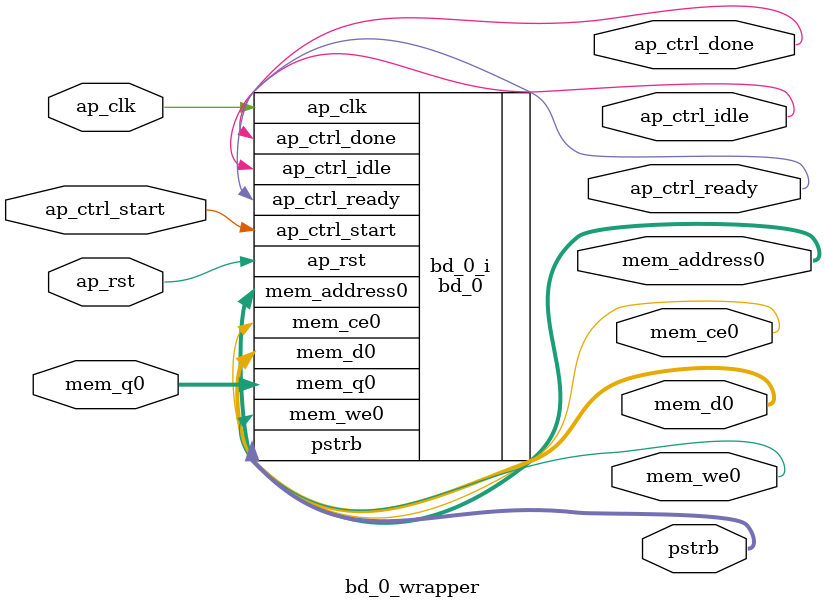
<source format=v>
`timescale 1 ps / 1 ps

module bd_0_wrapper
   (ap_clk,
    ap_ctrl_done,
    ap_ctrl_idle,
    ap_ctrl_ready,
    ap_ctrl_start,
    ap_rst,
    mem_address0,
    mem_ce0,
    mem_d0,
    mem_q0,
    mem_we0,
    pstrb);
  input ap_clk;
  output ap_ctrl_done;
  output ap_ctrl_idle;
  output ap_ctrl_ready;
  input ap_ctrl_start;
  input ap_rst;
  output [9:0]mem_address0;
  output mem_ce0;
  output [31:0]mem_d0;
  input [31:0]mem_q0;
  output mem_we0;
  output [3:0]pstrb;

  wire ap_clk;
  wire ap_ctrl_done;
  wire ap_ctrl_idle;
  wire ap_ctrl_ready;
  wire ap_ctrl_start;
  wire ap_rst;
  wire [9:0]mem_address0;
  wire mem_ce0;
  wire [31:0]mem_d0;
  wire [31:0]mem_q0;
  wire mem_we0;
  wire [3:0]pstrb;

  bd_0 bd_0_i
       (.ap_clk(ap_clk),
        .ap_ctrl_done(ap_ctrl_done),
        .ap_ctrl_idle(ap_ctrl_idle),
        .ap_ctrl_ready(ap_ctrl_ready),
        .ap_ctrl_start(ap_ctrl_start),
        .ap_rst(ap_rst),
        .mem_address0(mem_address0),
        .mem_ce0(mem_ce0),
        .mem_d0(mem_d0),
        .mem_q0(mem_q0),
        .mem_we0(mem_we0),
        .pstrb(pstrb));
endmodule

</source>
